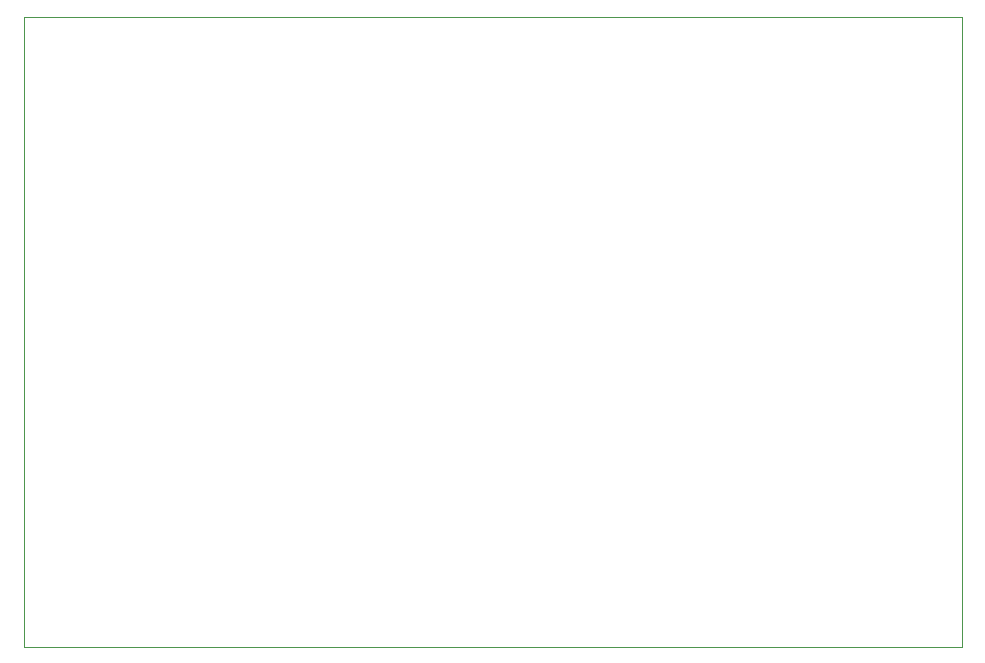
<source format=gbr>
G04 DipTrace 2.2.0.9*
%INBoardOutline.gbr*%
%MOMM*%
%ADD11C,0.1*%
%FSLAX53Y53*%
%SFA1B1*%
%OFA0B0*%
G04*
G71*
G90*
G75*
G01*
%LNBoardOutline*%
%LPD*%
Y53340D2*
D11*
X79375D1*
Y0D1*
X0D1*
Y53340D1*
M02*

</source>
